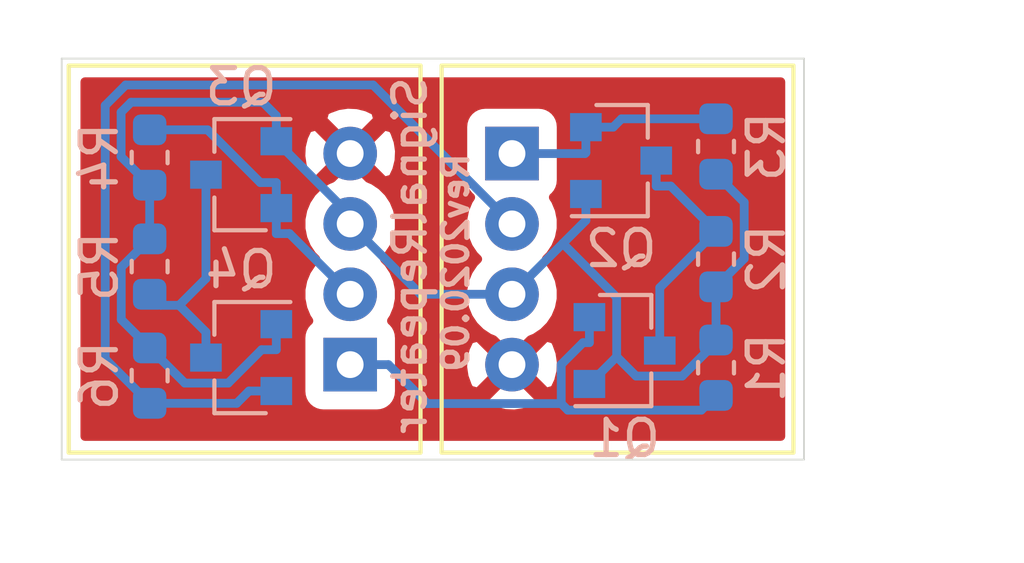
<source format=kicad_pcb>
(kicad_pcb (version 20171130) (host pcbnew 5.1.6-c6e7f7d~87~ubuntu20.04.1)

  (general
    (thickness 1.6)
    (drawings 8)
    (tracks 79)
    (zones 0)
    (modules 12)
    (nets 9)
  )

  (page A4)
  (layers
    (0 F.Cu signal)
    (31 B.Cu signal)
    (32 B.Adhes user)
    (33 F.Adhes user)
    (34 B.Paste user)
    (35 F.Paste user)
    (36 B.SilkS user)
    (37 F.SilkS user)
    (38 B.Mask user)
    (39 F.Mask user)
    (40 Dwgs.User user)
    (41 Cmts.User user)
    (42 Eco1.User user)
    (43 Eco2.User user)
    (44 Edge.Cuts user)
    (45 Margin user)
    (46 B.CrtYd user)
    (47 F.CrtYd user)
    (48 B.Fab user)
    (49 F.Fab user)
  )

  (setup
    (last_trace_width 0.25)
    (trace_clearance 0.2)
    (zone_clearance 0.508)
    (zone_45_only no)
    (trace_min 0.2)
    (via_size 0.8)
    (via_drill 0.4)
    (via_min_size 0.4)
    (via_min_drill 0.3)
    (uvia_size 0.3)
    (uvia_drill 0.1)
    (uvias_allowed no)
    (uvia_min_size 0.2)
    (uvia_min_drill 0.1)
    (edge_width 0.05)
    (segment_width 0.2)
    (pcb_text_width 0.3)
    (pcb_text_size 1.5 1.5)
    (mod_edge_width 0.12)
    (mod_text_size 1 1)
    (mod_text_width 0.15)
    (pad_size 1.524 1.524)
    (pad_drill 0.762)
    (pad_to_mask_clearance 0.05)
    (aux_axis_origin 0 0)
    (visible_elements FFFFFF7F)
    (pcbplotparams
      (layerselection 0x010fc_ffffffff)
      (usegerberextensions false)
      (usegerberattributes true)
      (usegerberadvancedattributes true)
      (creategerberjobfile true)
      (excludeedgelayer true)
      (linewidth 0.100000)
      (plotframeref false)
      (viasonmask false)
      (mode 1)
      (useauxorigin false)
      (hpglpennumber 1)
      (hpglpenspeed 20)
      (hpglpendiameter 15.000000)
      (psnegative false)
      (psa4output false)
      (plotreference true)
      (plotvalue true)
      (plotinvisibletext false)
      (padsonsilk false)
      (subtractmaskfromsilk false)
      (outputformat 1)
      (mirror false)
      (drillshape 1)
      (scaleselection 1)
      (outputdirectory ""))
  )

  (net 0 "")
  (net 1 GND)
  (net 2 VCC)
  (net 3 /CON1_B)
  (net 4 /CON1_A)
  (net 5 /CON2_B)
  (net 6 /CON2_A)
  (net 7 "Net-(Q1-Pad3)")
  (net 8 "Net-(Q3-Pad3)")

  (net_class Default "This is the default net class."
    (clearance 0.2)
    (trace_width 0.25)
    (via_dia 0.8)
    (via_drill 0.4)
    (uvia_dia 0.3)
    (uvia_drill 0.1)
    (add_net /CON1_A)
    (add_net /CON1_B)
    (add_net /CON2_A)
    (add_net /CON2_B)
    (add_net GND)
    (add_net "Net-(Q1-Pad3)")
    (add_net "Net-(Q3-Pad3)")
    (add_net VCC)
  )

  (module Resistor_SMD:R_0603_1608Metric (layer B.Cu) (tedit 5B301BBD) (tstamp 5F743378)
    (at 147.4 81.7125 270)
    (descr "Resistor SMD 0603 (1608 Metric), square (rectangular) end terminal, IPC_7351 nominal, (Body size source: http://www.tortai-tech.com/upload/download/2011102023233369053.pdf), generated with kicad-footprint-generator")
    (tags resistor)
    (path /5F759771)
    (attr smd)
    (fp_text reference R6 (at 0 1.43 90) (layer B.SilkS)
      (effects (font (size 1 1) (thickness 0.15)) (justify mirror))
    )
    (fp_text value 10k (at 0 -1.43 90) (layer B.Fab)
      (effects (font (size 1 1) (thickness 0.15)) (justify mirror))
    )
    (fp_line (start -0.8 -0.4) (end -0.8 0.4) (layer B.Fab) (width 0.1))
    (fp_line (start -0.8 0.4) (end 0.8 0.4) (layer B.Fab) (width 0.1))
    (fp_line (start 0.8 0.4) (end 0.8 -0.4) (layer B.Fab) (width 0.1))
    (fp_line (start 0.8 -0.4) (end -0.8 -0.4) (layer B.Fab) (width 0.1))
    (fp_line (start -0.162779 0.51) (end 0.162779 0.51) (layer B.SilkS) (width 0.12))
    (fp_line (start -0.162779 -0.51) (end 0.162779 -0.51) (layer B.SilkS) (width 0.12))
    (fp_line (start -1.48 -0.73) (end -1.48 0.73) (layer B.CrtYd) (width 0.05))
    (fp_line (start -1.48 0.73) (end 1.48 0.73) (layer B.CrtYd) (width 0.05))
    (fp_line (start 1.48 0.73) (end 1.48 -0.73) (layer B.CrtYd) (width 0.05))
    (fp_line (start 1.48 -0.73) (end -1.48 -0.73) (layer B.CrtYd) (width 0.05))
    (fp_text user %R (at 0 0 90) (layer B.Fab)
      (effects (font (size 0.4 0.4) (thickness 0.06)) (justify mirror))
    )
    (pad 2 smd roundrect (at 0.7875 0 270) (size 0.875 0.95) (layers B.Cu B.Paste B.Mask) (roundrect_rratio 0.25)
      (net 5 /CON2_B))
    (pad 1 smd roundrect (at -0.7875 0 270) (size 0.875 0.95) (layers B.Cu B.Paste B.Mask) (roundrect_rratio 0.25)
      (net 2 VCC))
    (model ${KISYS3DMOD}/Resistor_SMD.3dshapes/R_0603_1608Metric.wrl
      (at (xyz 0 0 0))
      (scale (xyz 1 1 1))
      (rotate (xyz 0 0 0))
    )
  )

  (module Resistor_SMD:R_0603_1608Metric (layer B.Cu) (tedit 5B301BBD) (tstamp 5F743367)
    (at 147.4 78.6125 270)
    (descr "Resistor SMD 0603 (1608 Metric), square (rectangular) end terminal, IPC_7351 nominal, (Body size source: http://www.tortai-tech.com/upload/download/2011102023233369053.pdf), generated with kicad-footprint-generator")
    (tags resistor)
    (path /5F75976B)
    (attr smd)
    (fp_text reference R5 (at 0 1.43 90) (layer B.SilkS)
      (effects (font (size 1 1) (thickness 0.15)) (justify mirror))
    )
    (fp_text value 10k (at 0 -1.43 90) (layer B.Fab)
      (effects (font (size 1 1) (thickness 0.15)) (justify mirror))
    )
    (fp_line (start -0.8 -0.4) (end -0.8 0.4) (layer B.Fab) (width 0.1))
    (fp_line (start -0.8 0.4) (end 0.8 0.4) (layer B.Fab) (width 0.1))
    (fp_line (start 0.8 0.4) (end 0.8 -0.4) (layer B.Fab) (width 0.1))
    (fp_line (start 0.8 -0.4) (end -0.8 -0.4) (layer B.Fab) (width 0.1))
    (fp_line (start -0.162779 0.51) (end 0.162779 0.51) (layer B.SilkS) (width 0.12))
    (fp_line (start -0.162779 -0.51) (end 0.162779 -0.51) (layer B.SilkS) (width 0.12))
    (fp_line (start -1.48 -0.73) (end -1.48 0.73) (layer B.CrtYd) (width 0.05))
    (fp_line (start -1.48 0.73) (end 1.48 0.73) (layer B.CrtYd) (width 0.05))
    (fp_line (start 1.48 0.73) (end 1.48 -0.73) (layer B.CrtYd) (width 0.05))
    (fp_line (start 1.48 -0.73) (end -1.48 -0.73) (layer B.CrtYd) (width 0.05))
    (fp_text user %R (at 0 0 90) (layer B.Fab)
      (effects (font (size 0.4 0.4) (thickness 0.06)) (justify mirror))
    )
    (pad 2 smd roundrect (at 0.7875 0 270) (size 0.875 0.95) (layers B.Cu B.Paste B.Mask) (roundrect_rratio 0.25)
      (net 8 "Net-(Q3-Pad3)"))
    (pad 1 smd roundrect (at -0.7875 0 270) (size 0.875 0.95) (layers B.Cu B.Paste B.Mask) (roundrect_rratio 0.25)
      (net 2 VCC))
    (model ${KISYS3DMOD}/Resistor_SMD.3dshapes/R_0603_1608Metric.wrl
      (at (xyz 0 0 0))
      (scale (xyz 1 1 1))
      (rotate (xyz 0 0 0))
    )
  )

  (module Resistor_SMD:R_0603_1608Metric (layer B.Cu) (tedit 5B301BBD) (tstamp 5F743356)
    (at 147.4 75.5125 270)
    (descr "Resistor SMD 0603 (1608 Metric), square (rectangular) end terminal, IPC_7351 nominal, (Body size source: http://www.tortai-tech.com/upload/download/2011102023233369053.pdf), generated with kicad-footprint-generator")
    (tags resistor)
    (path /5F759765)
    (attr smd)
    (fp_text reference R4 (at 0 1.43 90) (layer B.SilkS)
      (effects (font (size 1 1) (thickness 0.15)) (justify mirror))
    )
    (fp_text value 10k (at 0 -1.43 90) (layer B.Fab)
      (effects (font (size 1 1) (thickness 0.15)) (justify mirror))
    )
    (fp_line (start -0.8 -0.4) (end -0.8 0.4) (layer B.Fab) (width 0.1))
    (fp_line (start -0.8 0.4) (end 0.8 0.4) (layer B.Fab) (width 0.1))
    (fp_line (start 0.8 0.4) (end 0.8 -0.4) (layer B.Fab) (width 0.1))
    (fp_line (start 0.8 -0.4) (end -0.8 -0.4) (layer B.Fab) (width 0.1))
    (fp_line (start -0.162779 0.51) (end 0.162779 0.51) (layer B.SilkS) (width 0.12))
    (fp_line (start -0.162779 -0.51) (end 0.162779 -0.51) (layer B.SilkS) (width 0.12))
    (fp_line (start -1.48 -0.73) (end -1.48 0.73) (layer B.CrtYd) (width 0.05))
    (fp_line (start -1.48 0.73) (end 1.48 0.73) (layer B.CrtYd) (width 0.05))
    (fp_line (start 1.48 0.73) (end 1.48 -0.73) (layer B.CrtYd) (width 0.05))
    (fp_line (start 1.48 -0.73) (end -1.48 -0.73) (layer B.CrtYd) (width 0.05))
    (fp_text user %R (at 0 0 90) (layer B.Fab)
      (effects (font (size 0.4 0.4) (thickness 0.06)) (justify mirror))
    )
    (pad 2 smd roundrect (at 0.7875 0 270) (size 0.875 0.95) (layers B.Cu B.Paste B.Mask) (roundrect_rratio 0.25)
      (net 2 VCC))
    (pad 1 smd roundrect (at -0.7875 0 270) (size 0.875 0.95) (layers B.Cu B.Paste B.Mask) (roundrect_rratio 0.25)
      (net 3 /CON1_B))
    (model ${KISYS3DMOD}/Resistor_SMD.3dshapes/R_0603_1608Metric.wrl
      (at (xyz 0 0 0))
      (scale (xyz 1 1 1))
      (rotate (xyz 0 0 0))
    )
  )

  (module Resistor_SMD:R_0603_1608Metric (layer B.Cu) (tedit 5B301BBD) (tstamp 5F743345)
    (at 163.5 75.2 90)
    (descr "Resistor SMD 0603 (1608 Metric), square (rectangular) end terminal, IPC_7351 nominal, (Body size source: http://www.tortai-tech.com/upload/download/2011102023233369053.pdf), generated with kicad-footprint-generator")
    (tags resistor)
    (path /5F743500)
    (attr smd)
    (fp_text reference R3 (at 0 1.43 90) (layer B.SilkS)
      (effects (font (size 1 1) (thickness 0.15)) (justify mirror))
    )
    (fp_text value 10k (at 0 -1.43 90) (layer B.Fab)
      (effects (font (size 1 1) (thickness 0.15)) (justify mirror))
    )
    (fp_line (start -0.8 -0.4) (end -0.8 0.4) (layer B.Fab) (width 0.1))
    (fp_line (start -0.8 0.4) (end 0.8 0.4) (layer B.Fab) (width 0.1))
    (fp_line (start 0.8 0.4) (end 0.8 -0.4) (layer B.Fab) (width 0.1))
    (fp_line (start 0.8 -0.4) (end -0.8 -0.4) (layer B.Fab) (width 0.1))
    (fp_line (start -0.162779 0.51) (end 0.162779 0.51) (layer B.SilkS) (width 0.12))
    (fp_line (start -0.162779 -0.51) (end 0.162779 -0.51) (layer B.SilkS) (width 0.12))
    (fp_line (start -1.48 -0.73) (end -1.48 0.73) (layer B.CrtYd) (width 0.05))
    (fp_line (start -1.48 0.73) (end 1.48 0.73) (layer B.CrtYd) (width 0.05))
    (fp_line (start 1.48 0.73) (end 1.48 -0.73) (layer B.CrtYd) (width 0.05))
    (fp_line (start 1.48 -0.73) (end -1.48 -0.73) (layer B.CrtYd) (width 0.05))
    (fp_text user %R (at 0 0 90) (layer B.Fab)
      (effects (font (size 0.4 0.4) (thickness 0.06)) (justify mirror))
    )
    (pad 2 smd roundrect (at 0.7875 0 90) (size 0.875 0.95) (layers B.Cu B.Paste B.Mask) (roundrect_rratio 0.25)
      (net 6 /CON2_A))
    (pad 1 smd roundrect (at -0.7875 0 90) (size 0.875 0.95) (layers B.Cu B.Paste B.Mask) (roundrect_rratio 0.25)
      (net 2 VCC))
    (model ${KISYS3DMOD}/Resistor_SMD.3dshapes/R_0603_1608Metric.wrl
      (at (xyz 0 0 0))
      (scale (xyz 1 1 1))
      (rotate (xyz 0 0 0))
    )
  )

  (module Resistor_SMD:R_0603_1608Metric (layer B.Cu) (tedit 5B301BBD) (tstamp 5F743334)
    (at 163.5 78.4 90)
    (descr "Resistor SMD 0603 (1608 Metric), square (rectangular) end terminal, IPC_7351 nominal, (Body size source: http://www.tortai-tech.com/upload/download/2011102023233369053.pdf), generated with kicad-footprint-generator")
    (tags resistor)
    (path /5F74330A)
    (attr smd)
    (fp_text reference R2 (at 0 1.43 90) (layer B.SilkS)
      (effects (font (size 1 1) (thickness 0.15)) (justify mirror))
    )
    (fp_text value 10k (at 0 -1.43 90) (layer B.Fab)
      (effects (font (size 1 1) (thickness 0.15)) (justify mirror))
    )
    (fp_line (start -0.8 -0.4) (end -0.8 0.4) (layer B.Fab) (width 0.1))
    (fp_line (start -0.8 0.4) (end 0.8 0.4) (layer B.Fab) (width 0.1))
    (fp_line (start 0.8 0.4) (end 0.8 -0.4) (layer B.Fab) (width 0.1))
    (fp_line (start 0.8 -0.4) (end -0.8 -0.4) (layer B.Fab) (width 0.1))
    (fp_line (start -0.162779 0.51) (end 0.162779 0.51) (layer B.SilkS) (width 0.12))
    (fp_line (start -0.162779 -0.51) (end 0.162779 -0.51) (layer B.SilkS) (width 0.12))
    (fp_line (start -1.48 -0.73) (end -1.48 0.73) (layer B.CrtYd) (width 0.05))
    (fp_line (start -1.48 0.73) (end 1.48 0.73) (layer B.CrtYd) (width 0.05))
    (fp_line (start 1.48 0.73) (end 1.48 -0.73) (layer B.CrtYd) (width 0.05))
    (fp_line (start 1.48 -0.73) (end -1.48 -0.73) (layer B.CrtYd) (width 0.05))
    (fp_text user %R (at 0 0 90) (layer B.Fab)
      (effects (font (size 0.4 0.4) (thickness 0.06)) (justify mirror))
    )
    (pad 2 smd roundrect (at 0.7875 0 90) (size 0.875 0.95) (layers B.Cu B.Paste B.Mask) (roundrect_rratio 0.25)
      (net 7 "Net-(Q1-Pad3)"))
    (pad 1 smd roundrect (at -0.7875 0 90) (size 0.875 0.95) (layers B.Cu B.Paste B.Mask) (roundrect_rratio 0.25)
      (net 2 VCC))
    (model ${KISYS3DMOD}/Resistor_SMD.3dshapes/R_0603_1608Metric.wrl
      (at (xyz 0 0 0))
      (scale (xyz 1 1 1))
      (rotate (xyz 0 0 0))
    )
  )

  (module Resistor_SMD:R_0603_1608Metric (layer B.Cu) (tedit 5B301BBD) (tstamp 5F743323)
    (at 163.5 81.4875 90)
    (descr "Resistor SMD 0603 (1608 Metric), square (rectangular) end terminal, IPC_7351 nominal, (Body size source: http://www.tortai-tech.com/upload/download/2011102023233369053.pdf), generated with kicad-footprint-generator")
    (tags resistor)
    (path /5F743089)
    (attr smd)
    (fp_text reference R1 (at 0 1.43 90) (layer B.SilkS)
      (effects (font (size 1 1) (thickness 0.15)) (justify mirror))
    )
    (fp_text value 10k (at 0 -1.43 90) (layer B.Fab)
      (effects (font (size 1 1) (thickness 0.15)) (justify mirror))
    )
    (fp_line (start -0.8 -0.4) (end -0.8 0.4) (layer B.Fab) (width 0.1))
    (fp_line (start -0.8 0.4) (end 0.8 0.4) (layer B.Fab) (width 0.1))
    (fp_line (start 0.8 0.4) (end 0.8 -0.4) (layer B.Fab) (width 0.1))
    (fp_line (start 0.8 -0.4) (end -0.8 -0.4) (layer B.Fab) (width 0.1))
    (fp_line (start -0.162779 0.51) (end 0.162779 0.51) (layer B.SilkS) (width 0.12))
    (fp_line (start -0.162779 -0.51) (end 0.162779 -0.51) (layer B.SilkS) (width 0.12))
    (fp_line (start -1.48 -0.73) (end -1.48 0.73) (layer B.CrtYd) (width 0.05))
    (fp_line (start -1.48 0.73) (end 1.48 0.73) (layer B.CrtYd) (width 0.05))
    (fp_line (start 1.48 0.73) (end 1.48 -0.73) (layer B.CrtYd) (width 0.05))
    (fp_line (start 1.48 -0.73) (end -1.48 -0.73) (layer B.CrtYd) (width 0.05))
    (fp_text user %R (at 0 0 90) (layer B.Fab)
      (effects (font (size 0.4 0.4) (thickness 0.06)) (justify mirror))
    )
    (pad 2 smd roundrect (at 0.7875 0 90) (size 0.875 0.95) (layers B.Cu B.Paste B.Mask) (roundrect_rratio 0.25)
      (net 2 VCC))
    (pad 1 smd roundrect (at -0.7875 0 90) (size 0.875 0.95) (layers B.Cu B.Paste B.Mask) (roundrect_rratio 0.25)
      (net 4 /CON1_A))
    (model ${KISYS3DMOD}/Resistor_SMD.3dshapes/R_0603_1608Metric.wrl
      (at (xyz 0 0 0))
      (scale (xyz 1 1 1))
      (rotate (xyz 0 0 0))
    )
  )

  (module Package_TO_SOT_SMD:SOT-23 (layer B.Cu) (tedit 5A02FF57) (tstamp 5F743312)
    (at 150 81.2 180)
    (descr "SOT-23, Standard")
    (tags SOT-23)
    (path /5F759759)
    (attr smd)
    (fp_text reference Q4 (at 0 2.5 180) (layer B.SilkS)
      (effects (font (size 1 1) (thickness 0.15)) (justify mirror))
    )
    (fp_text value Q_NMOS_GSD (at 0 -2.5 180) (layer B.Fab)
      (effects (font (size 1 1) (thickness 0.15)) (justify mirror))
    )
    (fp_line (start -0.7 0.95) (end -0.7 -1.5) (layer B.Fab) (width 0.1))
    (fp_line (start -0.15 1.52) (end 0.7 1.52) (layer B.Fab) (width 0.1))
    (fp_line (start -0.7 0.95) (end -0.15 1.52) (layer B.Fab) (width 0.1))
    (fp_line (start 0.7 1.52) (end 0.7 -1.52) (layer B.Fab) (width 0.1))
    (fp_line (start -0.7 -1.52) (end 0.7 -1.52) (layer B.Fab) (width 0.1))
    (fp_line (start 0.76 -1.58) (end 0.76 -0.65) (layer B.SilkS) (width 0.12))
    (fp_line (start 0.76 1.58) (end 0.76 0.65) (layer B.SilkS) (width 0.12))
    (fp_line (start -1.7 1.75) (end 1.7 1.75) (layer B.CrtYd) (width 0.05))
    (fp_line (start 1.7 1.75) (end 1.7 -1.75) (layer B.CrtYd) (width 0.05))
    (fp_line (start 1.7 -1.75) (end -1.7 -1.75) (layer B.CrtYd) (width 0.05))
    (fp_line (start -1.7 -1.75) (end -1.7 1.75) (layer B.CrtYd) (width 0.05))
    (fp_line (start 0.76 1.58) (end -1.4 1.58) (layer B.SilkS) (width 0.12))
    (fp_line (start 0.76 -1.58) (end -0.7 -1.58) (layer B.SilkS) (width 0.12))
    (fp_text user %R (at 0 0 90) (layer B.Fab)
      (effects (font (size 0.5 0.5) (thickness 0.075)) (justify mirror))
    )
    (pad 3 smd rect (at 1 0 180) (size 0.9 0.8) (layers B.Cu B.Paste B.Mask)
      (net 8 "Net-(Q3-Pad3)"))
    (pad 2 smd rect (at -1 -0.95 180) (size 0.9 0.8) (layers B.Cu B.Paste B.Mask)
      (net 5 /CON2_B))
    (pad 1 smd rect (at -1 0.95 180) (size 0.9 0.8) (layers B.Cu B.Paste B.Mask)
      (net 2 VCC))
    (model ${KISYS3DMOD}/Package_TO_SOT_SMD.3dshapes/SOT-23.wrl
      (at (xyz 0 0 0))
      (scale (xyz 1 1 1))
      (rotate (xyz 0 0 0))
    )
  )

  (module Package_TO_SOT_SMD:SOT-23 (layer B.Cu) (tedit 5A02FF57) (tstamp 5F7432FD)
    (at 150 76 180)
    (descr "SOT-23, Standard")
    (tags SOT-23)
    (path /5F759753)
    (attr smd)
    (fp_text reference Q3 (at 0 2.5 180) (layer B.SilkS)
      (effects (font (size 1 1) (thickness 0.15)) (justify mirror))
    )
    (fp_text value Q_NMOS_GSD (at 0 -2.5 180) (layer B.Fab)
      (effects (font (size 1 1) (thickness 0.15)) (justify mirror))
    )
    (fp_line (start -0.7 0.95) (end -0.7 -1.5) (layer B.Fab) (width 0.1))
    (fp_line (start -0.15 1.52) (end 0.7 1.52) (layer B.Fab) (width 0.1))
    (fp_line (start -0.7 0.95) (end -0.15 1.52) (layer B.Fab) (width 0.1))
    (fp_line (start 0.7 1.52) (end 0.7 -1.52) (layer B.Fab) (width 0.1))
    (fp_line (start -0.7 -1.52) (end 0.7 -1.52) (layer B.Fab) (width 0.1))
    (fp_line (start 0.76 -1.58) (end 0.76 -0.65) (layer B.SilkS) (width 0.12))
    (fp_line (start 0.76 1.58) (end 0.76 0.65) (layer B.SilkS) (width 0.12))
    (fp_line (start -1.7 1.75) (end 1.7 1.75) (layer B.CrtYd) (width 0.05))
    (fp_line (start 1.7 1.75) (end 1.7 -1.75) (layer B.CrtYd) (width 0.05))
    (fp_line (start 1.7 -1.75) (end -1.7 -1.75) (layer B.CrtYd) (width 0.05))
    (fp_line (start -1.7 -1.75) (end -1.7 1.75) (layer B.CrtYd) (width 0.05))
    (fp_line (start 0.76 1.58) (end -1.4 1.58) (layer B.SilkS) (width 0.12))
    (fp_line (start 0.76 -1.58) (end -0.7 -1.58) (layer B.SilkS) (width 0.12))
    (fp_text user %R (at 0 0 90) (layer B.Fab)
      (effects (font (size 0.5 0.5) (thickness 0.075)) (justify mirror))
    )
    (pad 3 smd rect (at 1 0 180) (size 0.9 0.8) (layers B.Cu B.Paste B.Mask)
      (net 8 "Net-(Q3-Pad3)"))
    (pad 2 smd rect (at -1 -0.95 180) (size 0.9 0.8) (layers B.Cu B.Paste B.Mask)
      (net 3 /CON1_B))
    (pad 1 smd rect (at -1 0.95 180) (size 0.9 0.8) (layers B.Cu B.Paste B.Mask)
      (net 2 VCC))
    (model ${KISYS3DMOD}/Package_TO_SOT_SMD.3dshapes/SOT-23.wrl
      (at (xyz 0 0 0))
      (scale (xyz 1 1 1))
      (rotate (xyz 0 0 0))
    )
  )

  (module Package_TO_SOT_SMD:SOT-23 (layer B.Cu) (tedit 5A02FF57) (tstamp 5F7432E8)
    (at 160.8 75.6)
    (descr "SOT-23, Standard")
    (tags SOT-23)
    (path /5F74243D)
    (attr smd)
    (fp_text reference Q2 (at 0 2.5 180) (layer B.SilkS)
      (effects (font (size 1 1) (thickness 0.15)) (justify mirror))
    )
    (fp_text value Q_NMOS_GSD (at 0 -2.5 180) (layer B.Fab)
      (effects (font (size 1 1) (thickness 0.15)) (justify mirror))
    )
    (fp_line (start -0.7 0.95) (end -0.7 -1.5) (layer B.Fab) (width 0.1))
    (fp_line (start -0.15 1.52) (end 0.7 1.52) (layer B.Fab) (width 0.1))
    (fp_line (start -0.7 0.95) (end -0.15 1.52) (layer B.Fab) (width 0.1))
    (fp_line (start 0.7 1.52) (end 0.7 -1.52) (layer B.Fab) (width 0.1))
    (fp_line (start -0.7 -1.52) (end 0.7 -1.52) (layer B.Fab) (width 0.1))
    (fp_line (start 0.76 -1.58) (end 0.76 -0.65) (layer B.SilkS) (width 0.12))
    (fp_line (start 0.76 1.58) (end 0.76 0.65) (layer B.SilkS) (width 0.12))
    (fp_line (start -1.7 1.75) (end 1.7 1.75) (layer B.CrtYd) (width 0.05))
    (fp_line (start 1.7 1.75) (end 1.7 -1.75) (layer B.CrtYd) (width 0.05))
    (fp_line (start 1.7 -1.75) (end -1.7 -1.75) (layer B.CrtYd) (width 0.05))
    (fp_line (start -1.7 -1.75) (end -1.7 1.75) (layer B.CrtYd) (width 0.05))
    (fp_line (start 0.76 1.58) (end -1.4 1.58) (layer B.SilkS) (width 0.12))
    (fp_line (start 0.76 -1.58) (end -0.7 -1.58) (layer B.SilkS) (width 0.12))
    (fp_text user %R (at 0 0 90) (layer B.Fab)
      (effects (font (size 0.5 0.5) (thickness 0.075)) (justify mirror))
    )
    (pad 3 smd rect (at 1 0) (size 0.9 0.8) (layers B.Cu B.Paste B.Mask)
      (net 7 "Net-(Q1-Pad3)"))
    (pad 2 smd rect (at -1 -0.95) (size 0.9 0.8) (layers B.Cu B.Paste B.Mask)
      (net 6 /CON2_A))
    (pad 1 smd rect (at -1 0.95) (size 0.9 0.8) (layers B.Cu B.Paste B.Mask)
      (net 2 VCC))
    (model ${KISYS3DMOD}/Package_TO_SOT_SMD.3dshapes/SOT-23.wrl
      (at (xyz 0 0 0))
      (scale (xyz 1 1 1))
      (rotate (xyz 0 0 0))
    )
  )

  (module Package_TO_SOT_SMD:SOT-23 (layer B.Cu) (tedit 5A02FF57) (tstamp 5F7432D3)
    (at 160.9 81)
    (descr "SOT-23, Standard")
    (tags SOT-23)
    (path /5F7410AB)
    (attr smd)
    (fp_text reference Q1 (at 0 2.5 180) (layer B.SilkS)
      (effects (font (size 1 1) (thickness 0.15)) (justify mirror))
    )
    (fp_text value Q_NMOS_GSD (at 0 -2.5 180) (layer B.Fab)
      (effects (font (size 1 1) (thickness 0.15)) (justify mirror))
    )
    (fp_line (start -0.7 0.95) (end -0.7 -1.5) (layer B.Fab) (width 0.1))
    (fp_line (start -0.15 1.52) (end 0.7 1.52) (layer B.Fab) (width 0.1))
    (fp_line (start -0.7 0.95) (end -0.15 1.52) (layer B.Fab) (width 0.1))
    (fp_line (start 0.7 1.52) (end 0.7 -1.52) (layer B.Fab) (width 0.1))
    (fp_line (start -0.7 -1.52) (end 0.7 -1.52) (layer B.Fab) (width 0.1))
    (fp_line (start 0.76 -1.58) (end 0.76 -0.65) (layer B.SilkS) (width 0.12))
    (fp_line (start 0.76 1.58) (end 0.76 0.65) (layer B.SilkS) (width 0.12))
    (fp_line (start -1.7 1.75) (end 1.7 1.75) (layer B.CrtYd) (width 0.05))
    (fp_line (start 1.7 1.75) (end 1.7 -1.75) (layer B.CrtYd) (width 0.05))
    (fp_line (start 1.7 -1.75) (end -1.7 -1.75) (layer B.CrtYd) (width 0.05))
    (fp_line (start -1.7 -1.75) (end -1.7 1.75) (layer B.CrtYd) (width 0.05))
    (fp_line (start 0.76 1.58) (end -1.4 1.58) (layer B.SilkS) (width 0.12))
    (fp_line (start 0.76 -1.58) (end -0.7 -1.58) (layer B.SilkS) (width 0.12))
    (fp_text user %R (at 0 0 90) (layer B.Fab)
      (effects (font (size 0.5 0.5) (thickness 0.075)) (justify mirror))
    )
    (pad 3 smd rect (at 1 0) (size 0.9 0.8) (layers B.Cu B.Paste B.Mask)
      (net 7 "Net-(Q1-Pad3)"))
    (pad 2 smd rect (at -1 -0.95) (size 0.9 0.8) (layers B.Cu B.Paste B.Mask)
      (net 4 /CON1_A))
    (pad 1 smd rect (at -1 0.95) (size 0.9 0.8) (layers B.Cu B.Paste B.Mask)
      (net 2 VCC))
    (model ${KISYS3DMOD}/Package_TO_SOT_SMD.3dshapes/SOT-23.wrl
      (at (xyz 0 0 0))
      (scale (xyz 1 1 1))
      (rotate (xyz 0 0 0))
    )
  )

  (module my-kicad-footprints:NS-Tech_Grove_1x04_P2mm_Horizontal (layer F.Cu) (tedit 5D3EFECF) (tstamp 5F7432BE)
    (at 157.7 78.4)
    (descr https://statics3.seeedstudio.com/images/opl/datasheet/3470130P1.pdf)
    (tags Grove-1x04)
    (path /5F7402EF)
    (fp_text reference J2 (at -0.0127 -6.3246) (layer F.SilkS) hide
      (effects (font (size 1 1) (thickness 0.15)))
    )
    (fp_text value Conn_01x04 (at 9.1059 2.6924 90) (layer F.Fab)
      (effects (font (size 1 1) (thickness 0.15)))
    )
    (fp_line (start 8 -5.5) (end 8 5.5) (layer F.SilkS) (width 0.12))
    (fp_line (start -2 -5.5) (end 8 -5.5) (layer F.SilkS) (width 0.12))
    (fp_line (start -2 -5.5) (end -2 5.5) (layer F.SilkS) (width 0.12))
    (fp_line (start -2 5.5) (end 8 5.5) (layer F.SilkS) (width 0.12))
    (fp_text user %R (at -2 -1 90) (layer F.Fab)
      (effects (font (size 1 1) (thickness 0.15)))
    )
    (pad 4 thru_hole circle (at 0 3) (size 1.524 1.524) (drill 0.762) (layers *.Cu *.Mask)
      (net 1 GND))
    (pad 3 thru_hole circle (at 0 1) (size 1.524 1.524) (drill 0.762) (layers *.Cu *.Mask)
      (net 2 VCC))
    (pad 2 thru_hole circle (at 0 -1) (size 1.524 1.524) (drill 0.762) (layers *.Cu *.Mask)
      (net 5 /CON2_B))
    (pad 1 thru_hole rect (at 0 -3) (size 1.524 1.524) (drill 0.762) (layers *.Cu *.Mask)
      (net 6 /CON2_A))
    (model ${KISYS3DMOD}/Connector.3dshapes/NS-Tech_Grove_1x04_P2mm_Vertical.wrl
      (at (xyz 0 0 0))
      (scale (xyz 0.3937 0.3937 0.3937))
      (rotate (xyz 0 0 -90))
    )
  )

  (module my-kicad-footprints:NS-Tech_Grove_1x04_P2mm_Horizontal (layer F.Cu) (tedit 5D3EFECF) (tstamp 5F7432B1)
    (at 153.1 78.4 180)
    (descr https://statics3.seeedstudio.com/images/opl/datasheet/3470130P1.pdf)
    (tags Grove-1x04)
    (path /5F73D25A)
    (fp_text reference J1 (at -0.0127 -6.3246) (layer F.SilkS) hide
      (effects (font (size 1 1) (thickness 0.15)))
    )
    (fp_text value Conn_01x04 (at 9.1059 2.6924 90) (layer F.Fab)
      (effects (font (size 1 1) (thickness 0.15)))
    )
    (fp_line (start 8 -5.5) (end 8 5.5) (layer F.SilkS) (width 0.12))
    (fp_line (start -2 -5.5) (end 8 -5.5) (layer F.SilkS) (width 0.12))
    (fp_line (start -2 -5.5) (end -2 5.5) (layer F.SilkS) (width 0.12))
    (fp_line (start -2 5.5) (end 8 5.5) (layer F.SilkS) (width 0.12))
    (fp_text user %R (at -2 -1 90) (layer F.Fab)
      (effects (font (size 1 1) (thickness 0.15)))
    )
    (pad 4 thru_hole circle (at 0 3 180) (size 1.524 1.524) (drill 0.762) (layers *.Cu *.Mask)
      (net 1 GND))
    (pad 3 thru_hole circle (at 0 1 180) (size 1.524 1.524) (drill 0.762) (layers *.Cu *.Mask)
      (net 2 VCC))
    (pad 2 thru_hole circle (at 0 -1 180) (size 1.524 1.524) (drill 0.762) (layers *.Cu *.Mask)
      (net 3 /CON1_B))
    (pad 1 thru_hole rect (at 0 -3 180) (size 1.524 1.524) (drill 0.762) (layers *.Cu *.Mask)
      (net 4 /CON1_A))
    (model ${KISYS3DMOD}/Connector.3dshapes/NS-Tech_Grove_1x04_P2mm_Vertical.wrl
      (at (xyz 0 0 0))
      (scale (xyz 0.3937 0.3937 0.3937))
      (rotate (xyz 0 0 -90))
    )
  )

  (dimension 11.4 (width 0.15) (layer Dwgs.User)
    (gr_text "11.400 mm" (at 170.9 78.4 90) (layer Dwgs.User)
      (effects (font (size 1 1) (thickness 0.15)))
    )
    (feature1 (pts (xy 166 72.7) (xy 170.186421 72.7)))
    (feature2 (pts (xy 166 84.1) (xy 170.186421 84.1)))
    (crossbar (pts (xy 169.6 84.1) (xy 169.6 72.7)))
    (arrow1a (pts (xy 169.6 72.7) (xy 170.186421 73.826504)))
    (arrow1b (pts (xy 169.6 72.7) (xy 169.013579 73.826504)))
    (arrow2a (pts (xy 169.6 84.1) (xy 170.186421 82.973496)))
    (arrow2b (pts (xy 169.6 84.1) (xy 169.013579 82.973496)))
  )
  (dimension 21.1 (width 0.15) (layer Dwgs.User)
    (gr_text "21.100 mm" (at 155.45 87.7) (layer Dwgs.User)
      (effects (font (size 1 1) (thickness 0.15)))
    )
    (feature1 (pts (xy 166 84.1) (xy 166 86.986421)))
    (feature2 (pts (xy 144.9 84.1) (xy 144.9 86.986421)))
    (crossbar (pts (xy 144.9 86.4) (xy 166 86.4)))
    (arrow1a (pts (xy 166 86.4) (xy 164.873496 86.986421)))
    (arrow1b (pts (xy 166 86.4) (xy 164.873496 85.813579)))
    (arrow2a (pts (xy 144.9 86.4) (xy 146.026504 86.986421)))
    (arrow2b (pts (xy 144.9 86.4) (xy 146.026504 85.813579)))
  )
  (gr_text Rev2020.09 (at 156.1 78.5 90) (layer B.SilkS)
    (effects (font (size 0.7 0.7) (thickness 0.15)) (justify mirror))
  )
  (gr_text SignalRepeater (at 154.8 78.3 90) (layer B.SilkS)
    (effects (font (size 0.9 0.9) (thickness 0.15)) (justify mirror))
  )
  (gr_line (start 166 72.7) (end 144.9 72.7) (layer Edge.Cuts) (width 0.05))
  (gr_line (start 166 84.1) (end 166 72.7) (layer Edge.Cuts) (width 0.05))
  (gr_line (start 144.9 84.1) (end 166 84.1) (layer Edge.Cuts) (width 0.05))
  (gr_line (start 144.9 72.7) (end 144.9 84.1) (layer Edge.Cuts) (width 0.05))

  (segment (start 153.1 75.4) (end 155.618 77.918) (width 0.25) (layer F.Cu) (net 1))
  (segment (start 155.618 77.918) (end 155.618 79.318) (width 0.25) (layer F.Cu) (net 1))
  (segment (start 155.618 79.318) (end 157.7 81.4) (width 0.25) (layer F.Cu) (net 1))
  (segment (start 147.4 76.3) (end 146.5887 75.4887) (width 0.25) (layer B.Cu) (net 2))
  (segment (start 146.5887 75.4887) (end 146.5887 74.2248) (width 0.25) (layer B.Cu) (net 2))
  (segment (start 146.5887 74.2248) (end 146.8722 73.9413) (width 0.25) (layer B.Cu) (net 2))
  (segment (start 146.8722 73.9413) (end 150.6166 73.9413) (width 0.25) (layer B.Cu) (net 2))
  (segment (start 150.6166 73.9413) (end 151 74.3247) (width 0.25) (layer B.Cu) (net 2))
  (segment (start 151 80.25) (end 151 80.9753) (width 0.25) (layer B.Cu) (net 2))
  (segment (start 147.4 80.925) (end 148.4004 81.9254) (width 0.25) (layer B.Cu) (net 2))
  (segment (start 148.4004 81.9254) (end 149.6325 81.9254) (width 0.25) (layer B.Cu) (net 2))
  (segment (start 149.6325 81.9254) (end 150.5826 80.9753) (width 0.25) (layer B.Cu) (net 2))
  (segment (start 150.5826 80.9753) (end 151 80.9753) (width 0.25) (layer B.Cu) (net 2))
  (segment (start 147.4 77.825) (end 146.5928 78.6322) (width 0.25) (layer B.Cu) (net 2))
  (segment (start 146.5928 78.6322) (end 146.5928 80.1178) (width 0.25) (layer B.Cu) (net 2))
  (segment (start 146.5928 80.1178) (end 147.4 80.925) (width 0.25) (layer B.Cu) (net 2))
  (segment (start 147.4 76.3) (end 147.4 77.825) (width 0.25) (layer B.Cu) (net 2))
  (segment (start 160.6754 81.1746) (end 159.9 81.95) (width 0.25) (layer B.Cu) (net 2))
  (segment (start 159.144 77.956) (end 160.6754 79.4875) (width 0.25) (layer B.Cu) (net 2))
  (segment (start 160.6754 79.4875) (end 160.6754 81.1746) (width 0.25) (layer B.Cu) (net 2))
  (segment (start 160.6754 81.1746) (end 161.2262 81.7254) (width 0.25) (layer B.Cu) (net 2))
  (segment (start 161.2262 81.7254) (end 162.5375 81.7254) (width 0.25) (layer B.Cu) (net 2))
  (segment (start 162.5375 81.7254) (end 163.5 80.7629) (width 0.25) (layer B.Cu) (net 2))
  (segment (start 163.5 80.7629) (end 163.5 80.7) (width 0.25) (layer B.Cu) (net 2))
  (segment (start 159.144 77.956) (end 159.8 77.3) (width 0.25) (layer B.Cu) (net 2))
  (segment (start 159.8 77.3) (end 159.8 76.55) (width 0.25) (layer B.Cu) (net 2))
  (segment (start 157.7 79.4) (end 159.144 77.956) (width 0.25) (layer B.Cu) (net 2))
  (segment (start 151 75.05) (end 151 74.3247) (width 0.25) (layer B.Cu) (net 2))
  (segment (start 153.1 77.4) (end 153.1 77.15) (width 0.25) (layer B.Cu) (net 2))
  (segment (start 153.1 77.15) (end 151 75.05) (width 0.25) (layer B.Cu) (net 2))
  (segment (start 163.5 79.1875) (end 164.3012 78.3863) (width 0.25) (layer B.Cu) (net 2))
  (segment (start 164.3012 78.3863) (end 164.3012 76.7887) (width 0.25) (layer B.Cu) (net 2))
  (segment (start 164.3012 76.7887) (end 163.5 75.9875) (width 0.25) (layer B.Cu) (net 2))
  (segment (start 163.5 80.7) (end 163.5 79.1875) (width 0.25) (layer B.Cu) (net 2))
  (segment (start 153.1 77.4) (end 155.1 79.4) (width 0.25) (layer B.Cu) (net 2))
  (segment (start 155.1 79.4) (end 157.7 79.4) (width 0.25) (layer B.Cu) (net 2))
  (segment (start 151 76.95) (end 151 77.6753) (width 0.25) (layer B.Cu) (net 3))
  (segment (start 153.1 79.4) (end 151.3753 77.6753) (width 0.25) (layer B.Cu) (net 3))
  (segment (start 151.3753 77.6753) (end 151 77.6753) (width 0.25) (layer B.Cu) (net 3))
  (segment (start 151 76.95) (end 151 76.2247) (width 0.25) (layer B.Cu) (net 3))
  (segment (start 151 76.2247) (end 150.5442 76.2247) (width 0.25) (layer B.Cu) (net 3))
  (segment (start 150.5442 76.2247) (end 149.0445 74.725) (width 0.25) (layer B.Cu) (net 3))
  (segment (start 149.0445 74.725) (end 147.4 74.725) (width 0.25) (layer B.Cu) (net 3))
  (segment (start 159.0998 82.5072) (end 159.0998 81.3942) (width 0.25) (layer B.Cu) (net 4))
  (segment (start 159.0998 81.3942) (end 159.7187 80.7753) (width 0.25) (layer B.Cu) (net 4))
  (segment (start 159.7187 80.7753) (end 159.9 80.7753) (width 0.25) (layer B.Cu) (net 4))
  (segment (start 163.5 82.275) (end 163.0804 82.6946) (width 0.25) (layer B.Cu) (net 4))
  (segment (start 163.0804 82.6946) (end 159.2872 82.6946) (width 0.25) (layer B.Cu) (net 4))
  (segment (start 159.2872 82.6946) (end 159.0998 82.5072) (width 0.25) (layer B.Cu) (net 4))
  (segment (start 159.0998 82.5072) (end 155.2945 82.5072) (width 0.25) (layer B.Cu) (net 4))
  (segment (start 155.2945 82.5072) (end 154.1873 81.4) (width 0.25) (layer B.Cu) (net 4))
  (segment (start 153.1 81.4) (end 154.1873 81.4) (width 0.25) (layer B.Cu) (net 4))
  (segment (start 159.9 80.05) (end 159.9 80.7753) (width 0.25) (layer B.Cu) (net 4))
  (segment (start 157.7 77.4) (end 153.7518 73.4518) (width 0.25) (layer B.Cu) (net 5))
  (segment (start 153.7518 73.4518) (end 146.7183 73.4518) (width 0.25) (layer B.Cu) (net 5))
  (segment (start 146.7183 73.4518) (end 146.1367 74.0334) (width 0.25) (layer B.Cu) (net 5))
  (segment (start 146.1367 74.0334) (end 146.1367 81.2367) (width 0.25) (layer B.Cu) (net 5))
  (segment (start 146.1367 81.2367) (end 147.4 82.5) (width 0.25) (layer B.Cu) (net 5))
  (segment (start 151 82.15) (end 150.2247 82.15) (width 0.25) (layer B.Cu) (net 5))
  (segment (start 150.2247 82.15) (end 149.8747 82.5) (width 0.25) (layer B.Cu) (net 5))
  (segment (start 149.8747 82.5) (end 147.4 82.5) (width 0.25) (layer B.Cu) (net 5))
  (segment (start 159.8 74.65) (end 159.8 75.3753) (width 0.25) (layer B.Cu) (net 6))
  (segment (start 157.7 75.4) (end 159.7753 75.4) (width 0.25) (layer B.Cu) (net 6))
  (segment (start 159.7753 75.4) (end 159.8 75.3753) (width 0.25) (layer B.Cu) (net 6))
  (segment (start 159.8 74.65) (end 160.5753 74.65) (width 0.25) (layer B.Cu) (net 6))
  (segment (start 163.5 74.4125) (end 160.8128 74.4125) (width 0.25) (layer B.Cu) (net 6))
  (segment (start 160.8128 74.4125) (end 160.5753 74.65) (width 0.25) (layer B.Cu) (net 6))
  (segment (start 161.8 75.6) (end 161.8 76.3253) (width 0.25) (layer B.Cu) (net 7))
  (segment (start 163.5 77.6125) (end 162.2128 76.3253) (width 0.25) (layer B.Cu) (net 7))
  (segment (start 162.2128 76.3253) (end 161.8 76.3253) (width 0.25) (layer B.Cu) (net 7))
  (segment (start 161.9 81) (end 161.9 79.2125) (width 0.25) (layer B.Cu) (net 7))
  (segment (start 161.9 79.2125) (end 163.5 77.6125) (width 0.25) (layer B.Cu) (net 7))
  (segment (start 148.2386 79.7132) (end 148.2385 79.7133) (width 0.25) (layer B.Cu) (net 8))
  (segment (start 148.2385 79.7133) (end 147.7133 79.7133) (width 0.25) (layer B.Cu) (net 8))
  (segment (start 147.7133 79.7133) (end 147.4 79.4) (width 0.25) (layer B.Cu) (net 8))
  (segment (start 149 76) (end 149 78.9518) (width 0.25) (layer B.Cu) (net 8))
  (segment (start 149 78.9518) (end 148.2386 79.7132) (width 0.25) (layer B.Cu) (net 8))
  (segment (start 149 80.4747) (end 148.2386 79.7132) (width 0.25) (layer B.Cu) (net 8))
  (segment (start 149 81.2) (end 149 80.4747) (width 0.25) (layer B.Cu) (net 8))

  (zone (net 1) (net_name GND) (layer F.Cu) (tstamp 0) (hatch edge 0.508)
    (connect_pads (clearance 0.508))
    (min_thickness 0.254)
    (fill (arc_segments 32) (thermal_gap 0.508) (thermal_bridge_width 0.508))
    (polygon
      (pts
        (xy 166 84.1) (xy 144.8 84.2) (xy 144.8 72.6) (xy 166 72.6)
      )
    )
    (filled_polygon
      (pts
        (xy 165.34 83.44) (xy 145.56 83.44) (xy 145.56 80.638) (xy 151.699928 80.638) (xy 151.699928 82.162)
        (xy 151.712188 82.286482) (xy 151.748498 82.40618) (xy 151.807463 82.516494) (xy 151.886815 82.613185) (xy 151.983506 82.692537)
        (xy 152.09382 82.751502) (xy 152.213518 82.787812) (xy 152.338 82.800072) (xy 153.862 82.800072) (xy 153.986482 82.787812)
        (xy 154.10618 82.751502) (xy 154.216494 82.692537) (xy 154.313185 82.613185) (xy 154.392537 82.516494) (xy 154.451502 82.40618)
        (xy 154.463822 82.365565) (xy 156.91404 82.365565) (xy 156.98102 82.605656) (xy 157.230048 82.722756) (xy 157.497135 82.789023)
        (xy 157.772017 82.80191) (xy 158.044133 82.760922) (xy 158.303023 82.667636) (xy 158.41898 82.605656) (xy 158.48596 82.365565)
        (xy 157.7 81.579605) (xy 156.91404 82.365565) (xy 154.463822 82.365565) (xy 154.487812 82.286482) (xy 154.500072 82.162)
        (xy 154.500072 81.472017) (xy 156.29809 81.472017) (xy 156.339078 81.744133) (xy 156.432364 82.003023) (xy 156.494344 82.11898)
        (xy 156.734435 82.18596) (xy 157.520395 81.4) (xy 157.879605 81.4) (xy 158.665565 82.18596) (xy 158.905656 82.11898)
        (xy 159.022756 81.869952) (xy 159.089023 81.602865) (xy 159.10191 81.327983) (xy 159.060922 81.055867) (xy 158.967636 80.796977)
        (xy 158.905656 80.68102) (xy 158.665565 80.61404) (xy 157.879605 81.4) (xy 157.520395 81.4) (xy 156.734435 80.61404)
        (xy 156.494344 80.68102) (xy 156.377244 80.930048) (xy 156.310977 81.197135) (xy 156.29809 81.472017) (xy 154.500072 81.472017)
        (xy 154.500072 80.638) (xy 154.487812 80.513518) (xy 154.451502 80.39382) (xy 154.392537 80.283506) (xy 154.313185 80.186815)
        (xy 154.275234 80.15567) (xy 154.338005 80.061727) (xy 154.443314 79.80749) (xy 154.497 79.537592) (xy 154.497 79.262408)
        (xy 154.443314 78.99251) (xy 154.338005 78.738273) (xy 154.18512 78.509465) (xy 154.075655 78.4) (xy 154.18512 78.290535)
        (xy 154.338005 78.061727) (xy 154.443314 77.80749) (xy 154.497 77.537592) (xy 154.497 77.262408) (xy 154.443314 76.99251)
        (xy 154.338005 76.738273) (xy 154.18512 76.509465) (xy 153.990535 76.31488) (xy 153.761727 76.161995) (xy 153.62629 76.105895)
        (xy 153.1 75.579605) (xy 152.57371 76.105895) (xy 152.438273 76.161995) (xy 152.209465 76.31488) (xy 152.01488 76.509465)
        (xy 151.861995 76.738273) (xy 151.756686 76.99251) (xy 151.703 77.262408) (xy 151.703 77.537592) (xy 151.756686 77.80749)
        (xy 151.861995 78.061727) (xy 152.01488 78.290535) (xy 152.124345 78.4) (xy 152.01488 78.509465) (xy 151.861995 78.738273)
        (xy 151.756686 78.99251) (xy 151.703 79.262408) (xy 151.703 79.537592) (xy 151.756686 79.80749) (xy 151.861995 80.061727)
        (xy 151.924766 80.15567) (xy 151.886815 80.186815) (xy 151.807463 80.283506) (xy 151.748498 80.39382) (xy 151.712188 80.513518)
        (xy 151.699928 80.638) (xy 145.56 80.638) (xy 145.56 75.472017) (xy 151.69809 75.472017) (xy 151.739078 75.744133)
        (xy 151.832364 76.003023) (xy 151.894344 76.11898) (xy 152.134435 76.18596) (xy 152.920395 75.4) (xy 153.279605 75.4)
        (xy 154.065565 76.18596) (xy 154.305656 76.11898) (xy 154.422756 75.869952) (xy 154.489023 75.602865) (xy 154.50191 75.327983)
        (xy 154.460922 75.055867) (xy 154.367636 74.796977) (xy 154.305656 74.68102) (xy 154.151451 74.638) (xy 156.299928 74.638)
        (xy 156.299928 76.162) (xy 156.312188 76.286482) (xy 156.348498 76.40618) (xy 156.407463 76.516494) (xy 156.486815 76.613185)
        (xy 156.524766 76.64433) (xy 156.461995 76.738273) (xy 156.356686 76.99251) (xy 156.303 77.262408) (xy 156.303 77.537592)
        (xy 156.356686 77.80749) (xy 156.461995 78.061727) (xy 156.61488 78.290535) (xy 156.724345 78.4) (xy 156.61488 78.509465)
        (xy 156.461995 78.738273) (xy 156.356686 78.99251) (xy 156.303 79.262408) (xy 156.303 79.537592) (xy 156.356686 79.80749)
        (xy 156.461995 80.061727) (xy 156.61488 80.290535) (xy 156.809465 80.48512) (xy 157.038273 80.638005) (xy 157.17371 80.694105)
        (xy 157.7 81.220395) (xy 158.22629 80.694105) (xy 158.361727 80.638005) (xy 158.590535 80.48512) (xy 158.78512 80.290535)
        (xy 158.938005 80.061727) (xy 159.043314 79.80749) (xy 159.097 79.537592) (xy 159.097 79.262408) (xy 159.043314 78.99251)
        (xy 158.938005 78.738273) (xy 158.78512 78.509465) (xy 158.675655 78.4) (xy 158.78512 78.290535) (xy 158.938005 78.061727)
        (xy 159.043314 77.80749) (xy 159.097 77.537592) (xy 159.097 77.262408) (xy 159.043314 76.99251) (xy 158.938005 76.738273)
        (xy 158.875234 76.64433) (xy 158.913185 76.613185) (xy 158.992537 76.516494) (xy 159.051502 76.40618) (xy 159.087812 76.286482)
        (xy 159.100072 76.162) (xy 159.100072 74.638) (xy 159.087812 74.513518) (xy 159.051502 74.39382) (xy 158.992537 74.283506)
        (xy 158.913185 74.186815) (xy 158.816494 74.107463) (xy 158.70618 74.048498) (xy 158.586482 74.012188) (xy 158.462 73.999928)
        (xy 156.938 73.999928) (xy 156.813518 74.012188) (xy 156.69382 74.048498) (xy 156.583506 74.107463) (xy 156.486815 74.186815)
        (xy 156.407463 74.283506) (xy 156.348498 74.39382) (xy 156.312188 74.513518) (xy 156.299928 74.638) (xy 154.151451 74.638)
        (xy 154.065565 74.61404) (xy 153.279605 75.4) (xy 152.920395 75.4) (xy 152.134435 74.61404) (xy 151.894344 74.68102)
        (xy 151.777244 74.930048) (xy 151.710977 75.197135) (xy 151.69809 75.472017) (xy 145.56 75.472017) (xy 145.56 74.434435)
        (xy 152.31404 74.434435) (xy 153.1 75.220395) (xy 153.88596 74.434435) (xy 153.81898 74.194344) (xy 153.569952 74.077244)
        (xy 153.302865 74.010977) (xy 153.027983 73.99809) (xy 152.755867 74.039078) (xy 152.496977 74.132364) (xy 152.38102 74.194344)
        (xy 152.31404 74.434435) (xy 145.56 74.434435) (xy 145.56 73.36) (xy 165.340001 73.36)
      )
    )
  )
)

</source>
